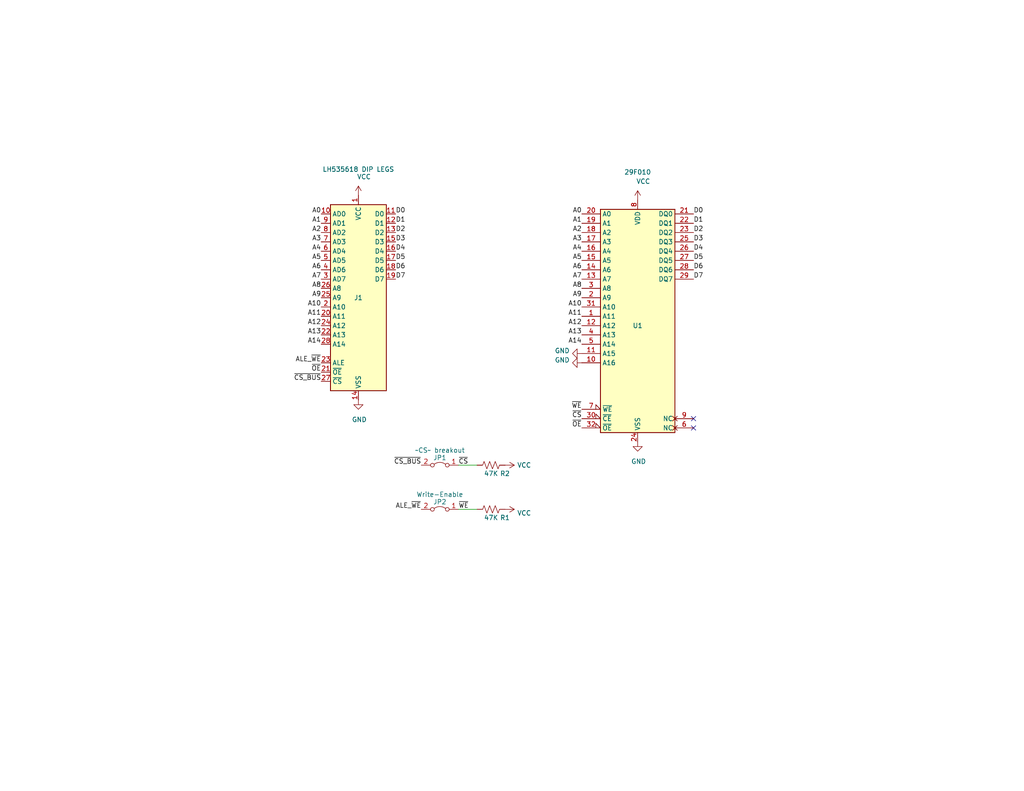
<source format=kicad_sch>
(kicad_sch (version 20211123) (generator eeschema)
  (paper "USLetter")
  (title_block (title "FlashROM_100 - TSOP") (date "2022-10-11") (rev "003") (company "Brian K. White - b.kenyon.w@gmail.com") (comment 1 "TRS-80 Model 100 system rom with suport for REX main rom feature"))
  (lib_symbols
    (symbol "000_LOCAL:Jumper_2_Bridged" (pin_names (offset 0) hide)
      (property "Reference" "JP" (at 0 1.905 0))
      (property "Value" "Jumper_2_Bridged" (at 0 -2.54 0))
      (symbol "Jumper_2_Bridged_0_0"
        (circle (center -2.032 0) (radius 0.508))
        (circle (center 2.032 0) (radius 0.508))
      )
      (symbol "Jumper_2_Bridged_0_1"
        (arc (start 1.524 0.254) (mid 0 0.762) (end -1.524 0.254))
      )
      (symbol "Jumper_2_Bridged_1_1"
        (pin passive line (at -5.08 0 0) (length 2.54) (name "A") (number "1"))
        (pin passive line (at 5.08 0 180) (length 2.54) (name "B") (number "2"))
      )
    )
    (symbol "000_LOCAL:LH535618"
      (property "Reference" "U" (at -7.62 26.67 0))
      (property "Value" "LH535618" (at 2.54 -26.67 0))
      (symbol "LH535618_1_1"
        (rectangle (start -7.62 25.4) (end 7.62 -25.4) (stroke (width 0.254)) (fill (type background)))
        (pin power_in line (at 0 27.94 270) (length 2.54) (name "VCC") (number "1"))
        (pin input line (at -10.16 22.86 0) (length 2.54) (name "AD0") (number "10"))
        (pin tri_state line (at 10.16 22.86 180) (length 2.54) (name "D0") (number "11"))
        (pin tri_state line (at 10.16 20.32 180) (length 2.54) (name "D1") (number "12"))
        (pin tri_state line (at 10.16 17.78 180) (length 2.54) (name "D2") (number "13"))
        (pin power_in line (at 0 -27.94 90) (length 2.54) (name "VSS") (number "14"))
        (pin tri_state line (at 10.16 15.24 180) (length 2.54) (name "D3") (number "15"))
        (pin tri_state line (at 10.16 12.7 180) (length 2.54) (name "D4") (number "16"))
        (pin tri_state line (at 10.16 10.16 180) (length 2.54) (name "D5") (number "17"))
        (pin tri_state line (at 10.16 7.62 180) (length 2.54) (name "D6") (number "18"))
        (pin tri_state line (at 10.16 5.08 180) (length 2.54) (name "D7") (number "19"))
        (pin input line (at -10.16 -2.54 0) (length 2.54) (name "A10") (number "2"))
        (pin input line (at -10.16 -5.08 0) (length 2.54) (name "A11") (number "20"))
        (pin input line (at -10.16 -20.32 0) (length 2.54) (name "~{OE}") (number "21"))
        (pin input line (at -10.16 -10.16 0) (length 2.54) (name "A13") (number "22"))
        (pin input line (at -10.16 -17.78 0) (length 2.54) (name "ALE") (number "23"))
        (pin input line (at -10.16 -7.62 0) (length 2.54) (name "A12") (number "24"))
        (pin input line (at -10.16 0 0) (length 2.54) (name "A9") (number "25"))
        (pin input line (at -10.16 2.54 0) (length 2.54) (name "A8") (number "26"))
        (pin input line (at -10.16 -22.86 0) (length 2.54) (name "~{CS}") (number "27"))
        (pin input line (at -10.16 -12.7 0) (length 2.54) (name "A14") (number "28"))
        (pin input line (at -10.16 5.08 0) (length 2.54) (name "AD7") (number "3"))
        (pin input line (at -10.16 7.62 0) (length 2.54) (name "AD6") (number "4"))
        (pin input line (at -10.16 10.16 0) (length 2.54) (name "AD5") (number "5"))
        (pin input line (at -10.16 12.7 0) (length 2.54) (name "AD4") (number "6"))
        (pin input line (at -10.16 15.24 0) (length 2.54) (name "AD3") (number "7"))
        (pin input line (at -10.16 17.78 0) (length 2.54) (name "AD2") (number "8"))
        (pin input line (at -10.16 20.32 0) (length 2.54) (name "AD1") (number "9"))
      )
    )
    (symbol "000_LOCAL:R_US" (pin_numbers hide) (pin_names (offset 0))
      (property "Reference" "R" (at 2.54 0 90))
      (property "Value" "R_US" (at -2.54 0 90))
      (symbol "R_US_0_1"
        (polyline (pts (xy 0 -2.286) (xy 0 -2.54)))
        (polyline (pts (xy 0 2.286) (xy 0 2.54)))
        (polyline (pts (xy 0 -0.762) (xy 1.016 -1.143) (xy 0 -1.524) (xy -1.016 -1.905) (xy 0 -2.286)))
        (polyline (pts (xy 0 0.762) (xy 1.016 0.381) (xy 0 0) (xy -1.016 -0.381) (xy 0 -0.762)))
        (polyline (pts (xy 0 2.286) (xy 1.016 1.905) (xy 0 1.524) (xy -1.016 1.143) (xy 0 0.762)))
      )
      (symbol "R_US_1_1"
        (pin passive line (at 0 3.81 270) (length 1.27) (name "~") (number "1"))
        (pin passive line (at 0 -3.81 90) (length 1.27) (name "~") (number "2"))
      )
    )
    (symbol "000_LOCAL:SST39SF010_TSOP"
      (property "Reference" "U" (at 2.54 33.02 0))
      (property "Value" "SST39SF010_TSOP" (at 0 -30.48 0))
      (symbol "SST39SF010_TSOP_0_0"
        (pin power_in line (at 0 -31.75 90) (length 2.54) (name "VSS") (number "24"))
        (pin power_in line (at 0 34.29 270) (length 2.54) (name "VDD") (number "8"))
      )
      (symbol "SST39SF010_TSOP_0_1"
        (rectangle (start -10.16 31.75) (end 10.16 -29.21) (stroke (width 0.254)) (fill (type background)))
      )
      (symbol "SST39SF010_TSOP_1_1"
        (pin input line (at -15.24 2.54 0) (length 5.08) (name "A11") (number "1"))
        (pin input line (at -15.24 -10.16 0) (length 5.08) (name "A16") (number "10"))
        (pin input line (at -15.24 -7.62 0) (length 5.08) (name "A15") (number "11"))
        (pin input line (at -15.24 0 0) (length 5.08) (name "A12") (number "12"))
        (pin input line (at -15.24 12.7 0) (length 5.08) (name "A7") (number "13"))
        (pin input line (at -15.24 15.24 0) (length 5.08) (name "A6") (number "14"))
        (pin input line (at -15.24 17.78 0) (length 5.08) (name "A5") (number "15"))
        (pin input line (at -15.24 20.32 0) (length 5.08) (name "A4") (number "16"))
        (pin input line (at -15.24 22.86 0) (length 5.08) (name "A3") (number "17"))
        (pin input line (at -15.24 25.4 0) (length 5.08) (name "A2") (number "18"))
        (pin input line (at -15.24 27.94 0) (length 5.08) (name "A1") (number "19"))
        (pin input line (at -15.24 7.62 0) (length 5.08) (name "A9") (number "2"))
        (pin input line (at -15.24 30.48 0) (length 5.08) (name "A0") (number "20"))
        (pin tri_state line (at 15.24 30.48 180) (length 5.08) (name "DQ0") (number "21"))
        (pin tri_state line (at 15.24 27.94 180) (length 5.08) (name "DQ1") (number "22"))
        (pin tri_state line (at 15.24 25.4 180) (length 5.08) (name "DQ2") (number "23"))
        (pin tri_state line (at 15.24 22.86 180) (length 5.08) (name "DQ3") (number "25"))
        (pin tri_state line (at 15.24 20.32 180) (length 5.08) (name "DQ4") (number "26"))
        (pin tri_state line (at 15.24 17.78 180) (length 5.08) (name "DQ5") (number "27"))
        (pin tri_state line (at 15.24 15.24 180) (length 5.08) (name "DQ6") (number "28"))
        (pin tri_state line (at 15.24 12.7 180) (length 5.08) (name "DQ7") (number "29"))
        (pin input line (at -15.24 10.16 0) (length 5.08) (name "A8") (number "3"))
        (pin input input_low (at -15.24 -25.4 0) (length 5.08) (name "~{CE}") (number "30"))
        (pin input line (at -15.24 5.08 0) (length 5.08) (name "A10") (number "31"))
        (pin input input_low (at -15.24 -27.94 0) (length 5.08) (name "~{OE}") (number "32"))
        (pin input line (at -15.24 -2.54 0) (length 5.08) (name "A13") (number "4"))
        (pin input line (at -15.24 -5.08 0) (length 5.08) (name "A14") (number "5"))
        (pin passive non_logic (at 15.24 -27.94 180) (length 5.08) (name "NC") (number "6"))
        (pin input input_low (at -15.24 -22.86 0) (length 5.08) (name "~{WE}") (number "7"))
        (pin passive non_logic (at 15.24 -25.4 180) (length 5.08) (name "NC") (number "9"))
      )
    )
    (symbol "power:GND" (power) (pin_names (offset 0))
      (property "Value" "GND" (at 0 -3.81 0))
      (symbol "GND_0_1"
        (polyline (pts (xy 0 0) (xy 0 -1.27) (xy 1.27 -1.27) (xy 0 -2.54) (xy -1.27 -1.27) (xy 0 -1.27)))
      )
      (symbol "GND_1_1"
        (pin power_in line (at 0 0 270) (length 0) hide (name "GND") (number "1"))
      )
    )
    (symbol "power:VCC" (power) (pin_names (offset 0))
      (property "Value" "VCC" (at 0 3.81 0))
      (symbol "VCC_0_1"
        (polyline (pts (xy -0.762 1.27) (xy 0 2.54)))
        (polyline (pts (xy 0 0) (xy 0 2.54)))
        (polyline (pts (xy 0 2.54) (xy 0.762 1.27)))
      )
      (symbol "VCC_1_1"
        (pin power_in line (at 0 0 90) (length 0) hide (name "VCC") (number "1"))
      )
    )
  )
  (no_connect (at 189.23 116.84))
  (no_connect (at 189.23 114.3))
  (wire (pts (xy 130.175 139.065) (xy 125.095 139.065)))
  (wire (pts (xy 130.175 127) (xy 125.095 127)))
  (label "D1" (at 189.23 60.96 0))
  (label "A0" (at 87.63 58.42 180))
  (label "A12" (at 158.75 88.9 180))
  (label "~{CS}" (at 125.095 127 0))
  (label "A6" (at 87.63 73.66 180))
  (label "~{OE}" (at 87.63 101.6 180))
  (label "D0" (at 189.23 58.42 0))
  (label "D2" (at 189.23 63.5 0))
  (label "A8" (at 158.75 78.74 180))
  (label "A1" (at 158.75 60.96 180))
  (label "A4" (at 158.75 68.58 180))
  (label "A9" (at 87.63 81.28 180))
  (label "A11" (at 87.63 86.36 180))
  (label "D5" (at 189.23 71.12 0))
  (label "A10" (at 158.75 83.82 180))
  (label "A13" (at 87.63 91.44 180))
  (label "D3" (at 107.95 66.04 0))
  (label "D3" (at 189.23 66.04 0))
  (label "A2" (at 87.63 63.5 180))
  (label "D1" (at 107.95 60.96 0))
  (label "A4" (at 87.63 68.58 180))
  (label "~{OE}" (at 158.75 116.84 180))
  (label "D7" (at 107.95 76.2 0))
  (label "~{WE}" (at 125.095 139.065 0))
  (label "~{CS}" (at 158.75 114.3 180))
  (label "A7" (at 158.75 76.2 180))
  (label "A2" (at 158.75 63.5 180))
  (label "D4" (at 189.23 68.58 0))
  (label "A12" (at 87.63 88.9 180))
  (label "A0" (at 158.75 58.42 180))
  (label "A7" (at 87.63 76.2 180))
  (label "A10" (at 87.63 83.82 180))
  (label "D2" (at 107.95 63.5 0))
  (label "ALE_~{WE}" (at 87.63 99.06 180))
  (label "A1" (at 87.63 60.96 180))
  (label "D7" (at 189.23 76.2 0))
  (label "D5" (at 107.95 71.12 0))
  (label "A3" (at 158.75 66.04 180))
  (label "~{CS_BUS}" (at 87.63 104.14 180))
  (label "A14" (at 87.63 93.98 180))
  (label "D6" (at 107.95 73.66 0))
  (label "A5" (at 87.63 71.12 180))
  (label "ALE_~{WE}" (at 114.935 139.065 180))
  (label "D0" (at 107.95 58.42 0))
  (label "A13" (at 158.75 91.44 180))
  (label "A3" (at 87.63 66.04 180))
  (label "D6" (at 189.23 73.66 0))
  (label "~{CS_BUS}" (at 114.935 127 180))
  (label "~{WE}" (at 158.75 111.76 180))
  (label "A6" (at 158.75 73.66 180))
  (label "A11" (at 158.75 86.36 180))
  (label "D4" (at 107.95 68.58 0))
  (label "A9" (at 158.75 81.28 180))
  (label "A8" (at 87.63 78.74 180))
  (label "A14" (at 158.75 93.98 180))
  (label "A5" (at 158.75 71.12 180))
  (symbol (lib_id "000_LOCAL:SST39SF010_TSOP") (at 173.99 88.9 0) (unit 1)
    (property "Reference" "U1" (at 173.99 88.9 0))
    (property "Value" "29F010" (at 173.99 46.99 0))
    (property "Footprint" "000_LOCAL:TSOP32-14mm" (effects hide))
    (property "Datasheet" "http://ww1.microchip.com/downloads/en/DeviceDoc/25022B.pdf" (effects hide))
  )
  (symbol (lib_id "000_LOCAL:LH535618") (at 97.79 81.28 0) (unit 1)
    (property "Reference" "J1" (at 97.79 81.28 0))
    (property "Value" "LH535618 DIP LEGS" (at 97.79 46.228 0))
    (property "Footprint" "000_LOCAL:DIP28_0.6_pcb" (effects hide))
    (property "Datasheet" "http://ww1.microchip.com/downloads/en/DeviceDoc/doc0014.pdf" (effects hide))
  )
  (symbol (lib_id "000_LOCAL:Jumper_2_Bridged") (at 120.015 127 0) (mirror y) (unit 1)
    (property "Reference" "JP1" (at 120.015 124.968 0))
    (property "Value" "~CS~ breakout" (at 120.015 122.936 0))
    (property "Footprint" "000_LOCAL:Pin_Header_Angled_1x02_Pitch2.54mm" (effects hide))
  )
  (symbol (lib_id "000_LOCAL:R_US") (at 133.985 127 90) (unit 1)
    (property "Reference" "R2" (at 137.795 129.286 90))
    (property "Value" "47K" (at 133.985 129.286 90))
    (property "Footprint" "000_LOCAL:R_0805" (effects hide))
  )
  (symbol (lib_id "000_LOCAL:R_US") (at 133.985 139.065 90) (unit 1)
    (property "Reference" "R1" (at 137.795 141.351 90))
    (property "Value" "47K" (at 133.985 141.351 90))
    (property "Footprint" "000_LOCAL:R_0805" (effects hide))
  )
  (symbol (lib_id "power:VCC") (at 173.99 54.61 0) (unit 1)
    (property "Reference" "#PWR0101" (effects hide))
    (property "Value" "VCC" (at 175.514 49.53 0))
  )
  (symbol (lib_id "power:VCC") (at 97.79 53.34 0) (unit 1)
    (property "Reference" "#PWR0102" (effects hide))
    (property "Value" "VCC" (at 99.314 48.26 0))
  )
  (symbol (lib_id "power:VCC") (at 137.795 127 270) (unit 1)
    (property "Reference" "#PWR0103" (effects hide))
    (property "Value" "VCC" (at 141.097 127 90) (effects (justify left)))
  )
  (symbol (lib_id "power:VCC") (at 137.795 139.065 270) (unit 1)
    (property "Reference" "#PWR0104" (effects hide))
    (property "Value" "VCC" (at 141.097 140.081 90) (effects (justify left)))
  )
  (symbol (lib_id "power:GND") (at 173.99 120.65 0) (unit 1)
    (property "Reference" "#PWR0105" (effects hide))
    (property "Value" "GND" (at 174.244 125.984 0))
  )
  (symbol (lib_id "power:GND") (at 97.79 109.22 0) (unit 1)
    (property "Reference" "#PWR0106" (effects hide))
    (property "Value" "GND" (at 98.044 114.554 0))
  )
  (symbol (lib_id "power:GND") (at 158.75 96.52 270) (unit 1)
    (property "Reference" "#PWR0107" (effects hide))
    (property "Value" "GND" (at 155.448 95.758 90) (effects (justify right)))
  )
  (symbol (lib_id "power:GND") (at 158.75 99.06 270) (unit 1)
    (property "Reference" "#PWR0108" (effects hide))
    (property "Value" "GND" (at 155.448 98.298 90) (effects (justify right)))
  )
  (symbol (lib_id "000_LOCAL:Jumper_2_Bridged") (at 120.015 139.065 0) (mirror y) (unit 1)
    (property "Reference" "JP2" (at 120.015 137.033 0))
    (property "Value" "Write-Enable" (at 120.015 135.001 0))
    (property "Footprint" "000_LOCAL:Pin_Header_Angled_1x02_Pitch2.54mm" (effects hide))
  )
)
</source>
